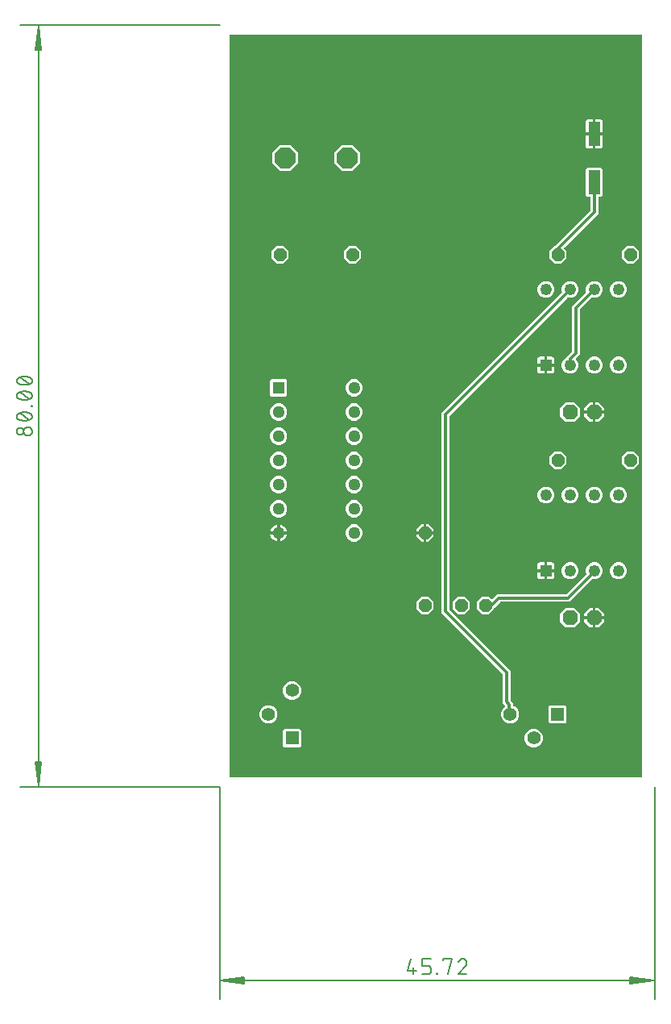
<source format=gtl>
G04 EAGLE Gerber RS-274X export*
G75*
%MOMM*%
%FSLAX34Y34*%
%LPD*%
%INTop Copper*%
%IPPOS*%
%AMOC8*
5,1,8,0,0,1.08239X$1,22.5*%
G01*
%ADD10C,0.130000*%
%ADD11C,0.152400*%
%ADD12P,1.732040X8X22.500000*%
%ADD13P,1.429621X8X202.500000*%
%ADD14P,1.429621X8X112.500000*%
%ADD15P,1.429621X8X22.500000*%
%ADD16R,1.408000X1.408000*%
%ADD17C,1.408000*%
%ADD18R,1.278000X1.278000*%
%ADD19C,1.278000*%
%ADD20R,1.248000X1.248000*%
%ADD21C,1.248000*%
%ADD22R,1.270000X2.540000*%
%ADD23P,2.336880X8X22.500000*%
%ADD24C,0.304800*%

G36*
X442998Y10164D02*
X442998Y10164D01*
X443017Y10162D01*
X443119Y10184D01*
X443221Y10200D01*
X443238Y10210D01*
X443258Y10214D01*
X443347Y10267D01*
X443438Y10316D01*
X443452Y10330D01*
X443469Y10340D01*
X443536Y10419D01*
X443608Y10494D01*
X443616Y10512D01*
X443629Y10527D01*
X443668Y10623D01*
X443711Y10717D01*
X443713Y10737D01*
X443721Y10755D01*
X443739Y10922D01*
X443739Y789078D01*
X443736Y789098D01*
X443738Y789117D01*
X443716Y789219D01*
X443700Y789321D01*
X443690Y789338D01*
X443686Y789358D01*
X443633Y789447D01*
X443584Y789538D01*
X443570Y789552D01*
X443560Y789569D01*
X443481Y789636D01*
X443406Y789708D01*
X443388Y789716D01*
X443373Y789729D01*
X443277Y789768D01*
X443183Y789811D01*
X443163Y789813D01*
X443145Y789821D01*
X442978Y789839D01*
X10922Y789839D01*
X10902Y789836D01*
X10883Y789838D01*
X10781Y789816D01*
X10679Y789800D01*
X10662Y789790D01*
X10642Y789786D01*
X10553Y789733D01*
X10462Y789684D01*
X10448Y789670D01*
X10431Y789660D01*
X10364Y789581D01*
X10292Y789506D01*
X10284Y789488D01*
X10271Y789473D01*
X10232Y789377D01*
X10189Y789283D01*
X10187Y789263D01*
X10179Y789245D01*
X10161Y789078D01*
X10161Y10922D01*
X10164Y10902D01*
X10162Y10883D01*
X10184Y10781D01*
X10200Y10679D01*
X10210Y10662D01*
X10214Y10642D01*
X10267Y10553D01*
X10316Y10462D01*
X10330Y10448D01*
X10340Y10431D01*
X10419Y10364D01*
X10494Y10292D01*
X10512Y10284D01*
X10527Y10271D01*
X10623Y10232D01*
X10717Y10189D01*
X10737Y10187D01*
X10755Y10179D01*
X10922Y10161D01*
X442978Y10161D01*
X442998Y10164D01*
G37*
%LPC*%
G36*
X303294Y66619D02*
X303294Y66619D01*
X299773Y68078D01*
X297078Y70773D01*
X295619Y74294D01*
X295619Y78106D01*
X297078Y81627D01*
X299839Y84388D01*
X299860Y84401D01*
X299890Y84437D01*
X299925Y84465D01*
X299968Y84531D01*
X300017Y84591D01*
X300034Y84634D01*
X300058Y84672D01*
X300077Y84748D01*
X300105Y84821D01*
X300107Y84866D01*
X300119Y84911D01*
X300112Y84989D01*
X300116Y85066D01*
X300103Y85110D01*
X300099Y85156D01*
X300069Y85228D01*
X300047Y85303D01*
X300021Y85340D01*
X300003Y85382D01*
X299918Y85489D01*
X299907Y85505D01*
X299903Y85508D01*
X299898Y85513D01*
X297687Y87724D01*
X297687Y118143D01*
X297673Y118233D01*
X297665Y118324D01*
X297653Y118354D01*
X297648Y118386D01*
X297605Y118466D01*
X297569Y118550D01*
X297543Y118582D01*
X297532Y118603D01*
X297509Y118625D01*
X297464Y118681D01*
X233425Y182720D01*
X233425Y392844D01*
X359633Y519051D01*
X359701Y519146D01*
X359771Y519240D01*
X359773Y519246D01*
X359776Y519251D01*
X359811Y519362D01*
X359847Y519474D01*
X359847Y519480D01*
X359849Y519486D01*
X359846Y519603D01*
X359845Y519720D01*
X359843Y519727D01*
X359842Y519732D01*
X359836Y519750D01*
X359798Y519881D01*
X359519Y520553D01*
X359519Y524047D01*
X360856Y527274D01*
X363326Y529744D01*
X366553Y531081D01*
X370047Y531081D01*
X373274Y529744D01*
X375744Y527274D01*
X377081Y524047D01*
X377081Y520553D01*
X375744Y517326D01*
X373274Y514856D01*
X370047Y513519D01*
X366553Y513519D01*
X366348Y513605D01*
X366234Y513631D01*
X366120Y513660D01*
X366114Y513659D01*
X366108Y513661D01*
X365992Y513650D01*
X365875Y513641D01*
X365869Y513638D01*
X365863Y513638D01*
X365756Y513590D01*
X365649Y513544D01*
X365643Y513540D01*
X365638Y513538D01*
X365625Y513525D01*
X365518Y513440D01*
X241778Y389699D01*
X241725Y389625D01*
X241665Y389556D01*
X241653Y389526D01*
X241634Y389500D01*
X241607Y389413D01*
X241573Y389328D01*
X241569Y389287D01*
X241562Y389264D01*
X241563Y389232D01*
X241555Y389161D01*
X241555Y186403D01*
X241569Y186313D01*
X241577Y186222D01*
X241589Y186192D01*
X241594Y186160D01*
X241637Y186080D01*
X241673Y185996D01*
X241699Y185964D01*
X241710Y185943D01*
X241733Y185921D01*
X241778Y185865D01*
X305817Y121826D01*
X305817Y91407D01*
X305831Y91317D01*
X305839Y91226D01*
X305851Y91196D01*
X305856Y91164D01*
X305899Y91084D01*
X305935Y91000D01*
X305961Y90968D01*
X305972Y90947D01*
X305995Y90925D01*
X306040Y90869D01*
X308611Y88298D01*
X308611Y85666D01*
X308630Y85551D01*
X308647Y85435D01*
X308649Y85429D01*
X308650Y85423D01*
X308705Y85319D01*
X308758Y85216D01*
X308763Y85211D01*
X308766Y85206D01*
X308850Y85126D01*
X308934Y85044D01*
X308940Y85040D01*
X308944Y85036D01*
X308961Y85029D01*
X309081Y84963D01*
X310627Y84322D01*
X313322Y81627D01*
X314781Y78106D01*
X314781Y74294D01*
X313322Y70773D01*
X310627Y68078D01*
X307106Y66619D01*
X303294Y66619D01*
G37*
%LPD*%
%LPC*%
G36*
X275612Y181355D02*
X275612Y181355D01*
X270255Y186712D01*
X270255Y194288D01*
X275612Y199645D01*
X283188Y199645D01*
X285502Y197331D01*
X285518Y197319D01*
X285530Y197304D01*
X285618Y197248D01*
X285702Y197187D01*
X285721Y197181D01*
X285737Y197171D01*
X285838Y197145D01*
X285937Y197115D01*
X285957Y197115D01*
X285976Y197111D01*
X286079Y197119D01*
X286182Y197121D01*
X286201Y197128D01*
X286221Y197130D01*
X286316Y197170D01*
X286414Y197206D01*
X286429Y197218D01*
X286447Y197226D01*
X286578Y197331D01*
X291686Y202439D01*
X364015Y202439D01*
X364105Y202453D01*
X364196Y202461D01*
X364226Y202473D01*
X364258Y202478D01*
X364338Y202521D01*
X364422Y202557D01*
X364454Y202583D01*
X364475Y202594D01*
X364497Y202617D01*
X364553Y202662D01*
X385212Y223320D01*
X385280Y223415D01*
X385349Y223509D01*
X385351Y223515D01*
X385355Y223520D01*
X385389Y223631D01*
X385426Y223742D01*
X385426Y223749D01*
X385427Y223755D01*
X385424Y223871D01*
X385423Y223988D01*
X385421Y223996D01*
X385421Y224001D01*
X385415Y224018D01*
X385377Y224149D01*
X384919Y225253D01*
X384919Y228747D01*
X386256Y231974D01*
X388726Y234444D01*
X391953Y235781D01*
X395447Y235781D01*
X398674Y234444D01*
X401144Y231974D01*
X402481Y228747D01*
X402481Y225253D01*
X401144Y222026D01*
X398674Y219556D01*
X395447Y218219D01*
X391923Y218219D01*
X391833Y218205D01*
X391742Y218197D01*
X391712Y218185D01*
X391680Y218180D01*
X391600Y218137D01*
X391516Y218101D01*
X391484Y218075D01*
X391463Y218064D01*
X391441Y218041D01*
X391385Y217996D01*
X367698Y194309D01*
X295369Y194309D01*
X295279Y194295D01*
X295188Y194287D01*
X295158Y194275D01*
X295126Y194270D01*
X295046Y194227D01*
X294962Y194191D01*
X294930Y194165D01*
X294909Y194154D01*
X294887Y194131D01*
X294831Y194086D01*
X288768Y188023D01*
X288715Y187949D01*
X288655Y187880D01*
X288643Y187850D01*
X288624Y187824D01*
X288597Y187737D01*
X288563Y187652D01*
X288559Y187611D01*
X288552Y187588D01*
X288553Y187556D01*
X288545Y187485D01*
X288545Y186712D01*
X283188Y181355D01*
X275612Y181355D01*
G37*
%LPD*%
%LPC*%
G36*
X351812Y549655D02*
X351812Y549655D01*
X346455Y555012D01*
X346455Y562588D01*
X351812Y567945D01*
X352331Y567945D01*
X352421Y567959D01*
X352512Y567967D01*
X352542Y567979D01*
X352574Y567984D01*
X352654Y568027D01*
X352738Y568063D01*
X352771Y568089D01*
X352791Y568100D01*
X352813Y568123D01*
X352869Y568168D01*
X353377Y568676D01*
X389666Y604965D01*
X389719Y605039D01*
X389779Y605108D01*
X389791Y605138D01*
X389810Y605164D01*
X389837Y605251D01*
X389871Y605336D01*
X389875Y605377D01*
X389882Y605400D01*
X389881Y605432D01*
X389889Y605503D01*
X389889Y618998D01*
X389886Y619018D01*
X389888Y619037D01*
X389866Y619139D01*
X389850Y619241D01*
X389840Y619258D01*
X389836Y619278D01*
X389783Y619367D01*
X389734Y619458D01*
X389720Y619472D01*
X389710Y619489D01*
X389631Y619556D01*
X389556Y619628D01*
X389538Y619636D01*
X389523Y619649D01*
X389427Y619688D01*
X389333Y619731D01*
X389313Y619733D01*
X389295Y619741D01*
X389128Y619759D01*
X386298Y619759D01*
X384809Y621248D01*
X384809Y648752D01*
X386298Y650241D01*
X401102Y650241D01*
X402591Y648752D01*
X402591Y621248D01*
X401102Y619759D01*
X398780Y619759D01*
X398760Y619756D01*
X398741Y619758D01*
X398639Y619736D01*
X398537Y619720D01*
X398520Y619710D01*
X398500Y619706D01*
X398411Y619653D01*
X398320Y619604D01*
X398306Y619590D01*
X398289Y619580D01*
X398222Y619501D01*
X398150Y619426D01*
X398142Y619408D01*
X398129Y619393D01*
X398090Y619297D01*
X398047Y619203D01*
X398045Y619183D01*
X398037Y619165D01*
X398019Y618998D01*
X398019Y601820D01*
X362304Y566105D01*
X362292Y566089D01*
X362277Y566077D01*
X362220Y565989D01*
X362160Y565906D01*
X362154Y565887D01*
X362144Y565870D01*
X362118Y565769D01*
X362088Y565671D01*
X362088Y565651D01*
X362084Y565631D01*
X362092Y565528D01*
X362094Y565425D01*
X362101Y565406D01*
X362103Y565386D01*
X362143Y565291D01*
X362179Y565194D01*
X362191Y565178D01*
X362199Y565160D01*
X362304Y565029D01*
X364745Y562588D01*
X364745Y555012D01*
X359388Y549655D01*
X351812Y549655D01*
G37*
%LPD*%
%LPC*%
G36*
X366553Y434119D02*
X366553Y434119D01*
X363326Y435456D01*
X360856Y437926D01*
X359519Y441153D01*
X359519Y444647D01*
X360856Y447874D01*
X363326Y450344D01*
X364273Y450736D01*
X364373Y450798D01*
X364473Y450858D01*
X364477Y450863D01*
X364482Y450866D01*
X364557Y450956D01*
X364633Y451045D01*
X364635Y451051D01*
X364639Y451055D01*
X364681Y451164D01*
X364725Y451273D01*
X364726Y451280D01*
X364727Y451285D01*
X364728Y451303D01*
X364743Y451440D01*
X364743Y451518D01*
X370108Y456883D01*
X370161Y456957D01*
X370221Y457026D01*
X370233Y457056D01*
X370252Y457082D01*
X370279Y457169D01*
X370313Y457254D01*
X370317Y457295D01*
X370324Y457318D01*
X370323Y457350D01*
X370331Y457421D01*
X370331Y504604D01*
X372935Y507208D01*
X384958Y519231D01*
X385027Y519326D01*
X385096Y519420D01*
X385098Y519425D01*
X385102Y519431D01*
X385136Y519542D01*
X385173Y519653D01*
X385173Y519660D01*
X385174Y519666D01*
X385171Y519782D01*
X385170Y519899D01*
X385168Y519907D01*
X385168Y519912D01*
X385162Y519929D01*
X385123Y520060D01*
X384919Y520553D01*
X384919Y524047D01*
X386256Y527274D01*
X388726Y529744D01*
X391953Y531081D01*
X395447Y531081D01*
X398674Y529744D01*
X401144Y527274D01*
X402481Y524047D01*
X402481Y520553D01*
X401144Y517326D01*
X398674Y514856D01*
X395447Y513519D01*
X391953Y513519D01*
X391568Y513679D01*
X391454Y513706D01*
X391341Y513734D01*
X391335Y513734D01*
X391328Y513735D01*
X391212Y513724D01*
X391096Y513715D01*
X391090Y513713D01*
X391084Y513712D01*
X390976Y513664D01*
X390869Y513619D01*
X390863Y513614D01*
X390859Y513612D01*
X390845Y513599D01*
X390738Y513514D01*
X378684Y501459D01*
X378631Y501385D01*
X378571Y501316D01*
X378559Y501286D01*
X378540Y501260D01*
X378513Y501173D01*
X378479Y501088D01*
X378475Y501047D01*
X378468Y501024D01*
X378469Y500992D01*
X378461Y500921D01*
X378461Y453738D01*
X374708Y449986D01*
X374697Y449970D01*
X374681Y449957D01*
X374625Y449870D01*
X374565Y449786D01*
X374559Y449767D01*
X374548Y449750D01*
X374523Y449650D01*
X374492Y449551D01*
X374493Y449531D01*
X374488Y449512D01*
X374496Y449409D01*
X374499Y449305D01*
X374506Y449286D01*
X374507Y449267D01*
X374548Y449172D01*
X374583Y449074D01*
X374596Y449059D01*
X374604Y449040D01*
X374708Y448909D01*
X375744Y447874D01*
X377081Y444647D01*
X377081Y441153D01*
X375744Y437926D01*
X373274Y435456D01*
X370047Y434119D01*
X366553Y434119D01*
G37*
%LPD*%
%LPC*%
G36*
X63564Y647064D02*
X63564Y647064D01*
X55752Y654876D01*
X55752Y665924D01*
X63564Y673736D01*
X74612Y673736D01*
X82424Y665924D01*
X82424Y654876D01*
X74612Y647064D01*
X63564Y647064D01*
G37*
%LPD*%
%LPC*%
G36*
X128588Y647064D02*
X128588Y647064D01*
X120776Y654876D01*
X120776Y665924D01*
X128588Y673736D01*
X139636Y673736D01*
X147448Y665924D01*
X147448Y654876D01*
X139636Y647064D01*
X128588Y647064D01*
G37*
%LPD*%
%LPC*%
G36*
X363933Y167258D02*
X363933Y167258D01*
X357758Y173433D01*
X357758Y182167D01*
X363933Y188342D01*
X372667Y188342D01*
X378842Y182167D01*
X378842Y173433D01*
X372667Y167258D01*
X363933Y167258D01*
G37*
%LPD*%
%LPC*%
G36*
X363933Y383158D02*
X363933Y383158D01*
X357758Y389333D01*
X357758Y398067D01*
X363933Y404242D01*
X372667Y404242D01*
X378842Y398067D01*
X378842Y389333D01*
X372667Y383158D01*
X363933Y383158D01*
G37*
%LPD*%
%LPC*%
G36*
X68108Y41619D02*
X68108Y41619D01*
X66619Y43108D01*
X66619Y59292D01*
X68108Y60781D01*
X84292Y60781D01*
X85781Y59292D01*
X85781Y43108D01*
X84292Y41619D01*
X68108Y41619D01*
G37*
%LPD*%
%LPC*%
G36*
X347108Y66619D02*
X347108Y66619D01*
X345619Y68108D01*
X345619Y84292D01*
X347108Y85781D01*
X363292Y85781D01*
X364781Y84292D01*
X364781Y68108D01*
X363292Y66619D01*
X347108Y66619D01*
G37*
%LPD*%
%LPC*%
G36*
X54458Y410169D02*
X54458Y410169D01*
X52969Y411658D01*
X52969Y426542D01*
X54458Y428031D01*
X69342Y428031D01*
X70831Y426542D01*
X70831Y411658D01*
X69342Y410169D01*
X54458Y410169D01*
G37*
%LPD*%
%LPC*%
G36*
X74294Y91619D02*
X74294Y91619D01*
X70773Y93078D01*
X68078Y95773D01*
X66619Y99294D01*
X66619Y103106D01*
X68078Y106627D01*
X70773Y109322D01*
X74294Y110781D01*
X78106Y110781D01*
X81627Y109322D01*
X84322Y106627D01*
X85781Y103106D01*
X85781Y99294D01*
X84322Y95773D01*
X81627Y93078D01*
X78106Y91619D01*
X74294Y91619D01*
G37*
%LPD*%
%LPC*%
G36*
X49294Y66619D02*
X49294Y66619D01*
X45773Y68078D01*
X43078Y70773D01*
X41619Y74294D01*
X41619Y78106D01*
X43078Y81627D01*
X45773Y84322D01*
X49294Y85781D01*
X53106Y85781D01*
X56627Y84322D01*
X59322Y81627D01*
X60781Y78106D01*
X60781Y74294D01*
X59322Y70773D01*
X56627Y68078D01*
X53106Y66619D01*
X49294Y66619D01*
G37*
%LPD*%
%LPC*%
G36*
X328294Y41619D02*
X328294Y41619D01*
X324773Y43078D01*
X322078Y45773D01*
X320619Y49294D01*
X320619Y53106D01*
X322078Y56627D01*
X324773Y59322D01*
X328294Y60781D01*
X332106Y60781D01*
X335627Y59322D01*
X338322Y56627D01*
X339781Y53106D01*
X339781Y49294D01*
X338322Y45773D01*
X335627Y43078D01*
X332106Y41619D01*
X328294Y41619D01*
G37*
%LPD*%
%LPC*%
G36*
X351812Y333755D02*
X351812Y333755D01*
X346455Y339112D01*
X346455Y346688D01*
X351812Y352045D01*
X359388Y352045D01*
X364745Y346688D01*
X364745Y339112D01*
X359388Y333755D01*
X351812Y333755D01*
G37*
%LPD*%
%LPC*%
G36*
X428012Y333755D02*
X428012Y333755D01*
X422655Y339112D01*
X422655Y346688D01*
X428012Y352045D01*
X435588Y352045D01*
X440945Y346688D01*
X440945Y339112D01*
X435588Y333755D01*
X428012Y333755D01*
G37*
%LPD*%
%LPC*%
G36*
X212112Y181355D02*
X212112Y181355D01*
X206755Y186712D01*
X206755Y194288D01*
X212112Y199645D01*
X219688Y199645D01*
X225045Y194288D01*
X225045Y186712D01*
X219688Y181355D01*
X212112Y181355D01*
G37*
%LPD*%
%LPC*%
G36*
X250212Y181355D02*
X250212Y181355D01*
X244855Y186712D01*
X244855Y194288D01*
X250212Y199645D01*
X257788Y199645D01*
X263145Y194288D01*
X263145Y186712D01*
X257788Y181355D01*
X250212Y181355D01*
G37*
%LPD*%
%LPC*%
G36*
X59712Y549655D02*
X59712Y549655D01*
X54355Y555012D01*
X54355Y562588D01*
X59712Y567945D01*
X67288Y567945D01*
X72645Y562588D01*
X72645Y555012D01*
X67288Y549655D01*
X59712Y549655D01*
G37*
%LPD*%
%LPC*%
G36*
X135912Y549655D02*
X135912Y549655D01*
X130555Y555012D01*
X130555Y562588D01*
X135912Y567945D01*
X143488Y567945D01*
X148845Y562588D01*
X148845Y555012D01*
X143488Y549655D01*
X135912Y549655D01*
G37*
%LPD*%
%LPC*%
G36*
X428012Y549655D02*
X428012Y549655D01*
X422655Y555012D01*
X422655Y562588D01*
X428012Y567945D01*
X435588Y567945D01*
X440945Y562588D01*
X440945Y555012D01*
X435588Y549655D01*
X428012Y549655D01*
G37*
%LPD*%
%LPC*%
G36*
X139524Y257769D02*
X139524Y257769D01*
X136241Y259129D01*
X133729Y261641D01*
X132369Y264924D01*
X132369Y268476D01*
X133729Y271759D01*
X136241Y274271D01*
X139524Y275631D01*
X143076Y275631D01*
X146359Y274271D01*
X148871Y271759D01*
X150231Y268476D01*
X150231Y264924D01*
X148871Y261641D01*
X146359Y259129D01*
X143076Y257769D01*
X139524Y257769D01*
G37*
%LPD*%
%LPC*%
G36*
X60124Y283169D02*
X60124Y283169D01*
X56841Y284529D01*
X54329Y287041D01*
X52969Y290324D01*
X52969Y293876D01*
X54329Y297159D01*
X56841Y299671D01*
X60124Y301031D01*
X63676Y301031D01*
X66959Y299671D01*
X69471Y297159D01*
X70831Y293876D01*
X70831Y290324D01*
X69471Y287041D01*
X66959Y284529D01*
X63676Y283169D01*
X60124Y283169D01*
G37*
%LPD*%
%LPC*%
G36*
X139524Y283169D02*
X139524Y283169D01*
X136241Y284529D01*
X133729Y287041D01*
X132369Y290324D01*
X132369Y293876D01*
X133729Y297159D01*
X136241Y299671D01*
X139524Y301031D01*
X143076Y301031D01*
X146359Y299671D01*
X148871Y297159D01*
X150231Y293876D01*
X150231Y290324D01*
X148871Y287041D01*
X146359Y284529D01*
X143076Y283169D01*
X139524Y283169D01*
G37*
%LPD*%
%LPC*%
G36*
X60124Y308569D02*
X60124Y308569D01*
X56841Y309929D01*
X54329Y312441D01*
X52969Y315724D01*
X52969Y319276D01*
X54329Y322559D01*
X56841Y325071D01*
X60124Y326431D01*
X63676Y326431D01*
X66959Y325071D01*
X69471Y322559D01*
X70831Y319276D01*
X70831Y315724D01*
X69471Y312441D01*
X66959Y309929D01*
X63676Y308569D01*
X60124Y308569D01*
G37*
%LPD*%
%LPC*%
G36*
X60124Y333969D02*
X60124Y333969D01*
X56841Y335329D01*
X54329Y337841D01*
X52969Y341124D01*
X52969Y344676D01*
X54329Y347959D01*
X56841Y350471D01*
X60124Y351831D01*
X63676Y351831D01*
X66959Y350471D01*
X69471Y347959D01*
X70831Y344676D01*
X70831Y341124D01*
X69471Y337841D01*
X66959Y335329D01*
X63676Y333969D01*
X60124Y333969D01*
G37*
%LPD*%
%LPC*%
G36*
X139524Y308569D02*
X139524Y308569D01*
X136241Y309929D01*
X133729Y312441D01*
X132369Y315724D01*
X132369Y319276D01*
X133729Y322559D01*
X136241Y325071D01*
X139524Y326431D01*
X143076Y326431D01*
X146359Y325071D01*
X148871Y322559D01*
X150231Y319276D01*
X150231Y315724D01*
X148871Y312441D01*
X146359Y309929D01*
X143076Y308569D01*
X139524Y308569D01*
G37*
%LPD*%
%LPC*%
G36*
X139524Y333969D02*
X139524Y333969D01*
X136241Y335329D01*
X133729Y337841D01*
X132369Y341124D01*
X132369Y344676D01*
X133729Y347959D01*
X136241Y350471D01*
X139524Y351831D01*
X143076Y351831D01*
X146359Y350471D01*
X148871Y347959D01*
X150231Y344676D01*
X150231Y341124D01*
X148871Y337841D01*
X146359Y335329D01*
X143076Y333969D01*
X139524Y333969D01*
G37*
%LPD*%
%LPC*%
G36*
X60124Y359369D02*
X60124Y359369D01*
X56841Y360729D01*
X54329Y363241D01*
X52969Y366524D01*
X52969Y370076D01*
X54329Y373359D01*
X56841Y375871D01*
X60124Y377231D01*
X63676Y377231D01*
X66959Y375871D01*
X69471Y373359D01*
X70831Y370076D01*
X70831Y366524D01*
X69471Y363241D01*
X66959Y360729D01*
X63676Y359369D01*
X60124Y359369D01*
G37*
%LPD*%
%LPC*%
G36*
X139524Y359369D02*
X139524Y359369D01*
X136241Y360729D01*
X133729Y363241D01*
X132369Y366524D01*
X132369Y370076D01*
X133729Y373359D01*
X136241Y375871D01*
X139524Y377231D01*
X143076Y377231D01*
X146359Y375871D01*
X148871Y373359D01*
X150231Y370076D01*
X150231Y366524D01*
X148871Y363241D01*
X146359Y360729D01*
X143076Y359369D01*
X139524Y359369D01*
G37*
%LPD*%
%LPC*%
G36*
X60124Y384769D02*
X60124Y384769D01*
X56841Y386129D01*
X54329Y388641D01*
X52969Y391924D01*
X52969Y395476D01*
X54329Y398759D01*
X56841Y401271D01*
X60124Y402631D01*
X63676Y402631D01*
X66959Y401271D01*
X69471Y398759D01*
X70831Y395476D01*
X70831Y391924D01*
X69471Y388641D01*
X66959Y386129D01*
X63676Y384769D01*
X60124Y384769D01*
G37*
%LPD*%
%LPC*%
G36*
X139524Y384769D02*
X139524Y384769D01*
X136241Y386129D01*
X133729Y388641D01*
X132369Y391924D01*
X132369Y395476D01*
X133729Y398759D01*
X136241Y401271D01*
X139524Y402631D01*
X143076Y402631D01*
X146359Y401271D01*
X148871Y398759D01*
X150231Y395476D01*
X150231Y391924D01*
X148871Y388641D01*
X146359Y386129D01*
X143076Y384769D01*
X139524Y384769D01*
G37*
%LPD*%
%LPC*%
G36*
X139524Y410169D02*
X139524Y410169D01*
X136241Y411529D01*
X133729Y414041D01*
X132369Y417324D01*
X132369Y420876D01*
X133729Y424159D01*
X136241Y426671D01*
X139524Y428031D01*
X143076Y428031D01*
X146359Y426671D01*
X148871Y424159D01*
X150231Y420876D01*
X150231Y417324D01*
X148871Y414041D01*
X146359Y411529D01*
X143076Y410169D01*
X139524Y410169D01*
G37*
%LPD*%
%LPC*%
G36*
X366553Y297619D02*
X366553Y297619D01*
X363326Y298956D01*
X360856Y301426D01*
X359519Y304653D01*
X359519Y308147D01*
X360856Y311374D01*
X363326Y313844D01*
X366553Y315181D01*
X370047Y315181D01*
X373274Y313844D01*
X375744Y311374D01*
X377081Y308147D01*
X377081Y304653D01*
X375744Y301426D01*
X373274Y298956D01*
X370047Y297619D01*
X366553Y297619D01*
G37*
%LPD*%
%LPC*%
G36*
X417353Y218219D02*
X417353Y218219D01*
X414126Y219556D01*
X411656Y222026D01*
X410319Y225253D01*
X410319Y228747D01*
X411656Y231974D01*
X414126Y234444D01*
X417353Y235781D01*
X420847Y235781D01*
X424074Y234444D01*
X426544Y231974D01*
X427881Y228747D01*
X427881Y225253D01*
X426544Y222026D01*
X424074Y219556D01*
X420847Y218219D01*
X417353Y218219D01*
G37*
%LPD*%
%LPC*%
G36*
X391953Y434119D02*
X391953Y434119D01*
X388726Y435456D01*
X386256Y437926D01*
X384919Y441153D01*
X384919Y444647D01*
X386256Y447874D01*
X388726Y450344D01*
X391953Y451681D01*
X395447Y451681D01*
X398674Y450344D01*
X401144Y447874D01*
X402481Y444647D01*
X402481Y441153D01*
X401144Y437926D01*
X398674Y435456D01*
X395447Y434119D01*
X391953Y434119D01*
G37*
%LPD*%
%LPC*%
G36*
X366553Y218219D02*
X366553Y218219D01*
X363326Y219556D01*
X360856Y222026D01*
X359519Y225253D01*
X359519Y228747D01*
X360856Y231974D01*
X363326Y234444D01*
X366553Y235781D01*
X370047Y235781D01*
X373274Y234444D01*
X375744Y231974D01*
X377081Y228747D01*
X377081Y225253D01*
X375744Y222026D01*
X373274Y219556D01*
X370047Y218219D01*
X366553Y218219D01*
G37*
%LPD*%
%LPC*%
G36*
X417353Y434119D02*
X417353Y434119D01*
X414126Y435456D01*
X411656Y437926D01*
X410319Y441153D01*
X410319Y444647D01*
X411656Y447874D01*
X414126Y450344D01*
X417353Y451681D01*
X420847Y451681D01*
X424074Y450344D01*
X426544Y447874D01*
X427881Y444647D01*
X427881Y441153D01*
X426544Y437926D01*
X424074Y435456D01*
X420847Y434119D01*
X417353Y434119D01*
G37*
%LPD*%
%LPC*%
G36*
X417353Y513519D02*
X417353Y513519D01*
X414126Y514856D01*
X411656Y517326D01*
X410319Y520553D01*
X410319Y524047D01*
X411656Y527274D01*
X414126Y529744D01*
X417353Y531081D01*
X420847Y531081D01*
X424074Y529744D01*
X426544Y527274D01*
X427881Y524047D01*
X427881Y520553D01*
X426544Y517326D01*
X424074Y514856D01*
X420847Y513519D01*
X417353Y513519D01*
G37*
%LPD*%
%LPC*%
G36*
X341153Y513519D02*
X341153Y513519D01*
X337926Y514856D01*
X335456Y517326D01*
X334119Y520553D01*
X334119Y524047D01*
X335456Y527274D01*
X337926Y529744D01*
X341153Y531081D01*
X344647Y531081D01*
X347874Y529744D01*
X350344Y527274D01*
X351681Y524047D01*
X351681Y520553D01*
X350344Y517326D01*
X347874Y514856D01*
X344647Y513519D01*
X341153Y513519D01*
G37*
%LPD*%
%LPC*%
G36*
X341153Y297619D02*
X341153Y297619D01*
X337926Y298956D01*
X335456Y301426D01*
X334119Y304653D01*
X334119Y308147D01*
X335456Y311374D01*
X337926Y313844D01*
X341153Y315181D01*
X344647Y315181D01*
X347874Y313844D01*
X350344Y311374D01*
X351681Y308147D01*
X351681Y304653D01*
X350344Y301426D01*
X347874Y298956D01*
X344647Y297619D01*
X341153Y297619D01*
G37*
%LPD*%
%LPC*%
G36*
X391953Y297619D02*
X391953Y297619D01*
X388726Y298956D01*
X386256Y301426D01*
X384919Y304653D01*
X384919Y308147D01*
X386256Y311374D01*
X388726Y313844D01*
X391953Y315181D01*
X395447Y315181D01*
X398674Y313844D01*
X401144Y311374D01*
X402481Y308147D01*
X402481Y304653D01*
X401144Y301426D01*
X398674Y298956D01*
X395447Y297619D01*
X391953Y297619D01*
G37*
%LPD*%
%LPC*%
G36*
X417353Y297619D02*
X417353Y297619D01*
X414126Y298956D01*
X411656Y301426D01*
X410319Y304653D01*
X410319Y308147D01*
X411656Y311374D01*
X414126Y313844D01*
X417353Y315181D01*
X420847Y315181D01*
X424074Y313844D01*
X426544Y311374D01*
X427881Y308147D01*
X427881Y304653D01*
X426544Y301426D01*
X424074Y298956D01*
X420847Y297619D01*
X417353Y297619D01*
G37*
%LPD*%
%LPC*%
G36*
X395223Y687323D02*
X395223Y687323D01*
X395223Y701041D01*
X400384Y701041D01*
X401031Y700868D01*
X401610Y700533D01*
X402083Y700060D01*
X402418Y699481D01*
X402591Y698834D01*
X402591Y687323D01*
X395223Y687323D01*
G37*
%LPD*%
%LPC*%
G36*
X395223Y670559D02*
X395223Y670559D01*
X395223Y684277D01*
X402591Y684277D01*
X402591Y672766D01*
X402418Y672119D01*
X402083Y671540D01*
X401610Y671067D01*
X401031Y670732D01*
X400384Y670559D01*
X395223Y670559D01*
G37*
%LPD*%
%LPC*%
G36*
X384809Y687323D02*
X384809Y687323D01*
X384809Y698834D01*
X384982Y699481D01*
X385317Y700060D01*
X385790Y700533D01*
X386369Y700868D01*
X387016Y701041D01*
X392177Y701041D01*
X392177Y687323D01*
X384809Y687323D01*
G37*
%LPD*%
%LPC*%
G36*
X387016Y670559D02*
X387016Y670559D01*
X386369Y670732D01*
X385790Y671067D01*
X385317Y671540D01*
X384982Y672119D01*
X384809Y672766D01*
X384809Y684277D01*
X392177Y684277D01*
X392177Y670559D01*
X387016Y670559D01*
G37*
%LPD*%
%LPC*%
G36*
X395223Y179323D02*
X395223Y179323D01*
X395223Y188342D01*
X398067Y188342D01*
X404242Y182167D01*
X404242Y179323D01*
X395223Y179323D01*
G37*
%LPD*%
%LPC*%
G36*
X395223Y395223D02*
X395223Y395223D01*
X395223Y404242D01*
X398067Y404242D01*
X404242Y398067D01*
X404242Y395223D01*
X395223Y395223D01*
G37*
%LPD*%
%LPC*%
G36*
X383158Y179323D02*
X383158Y179323D01*
X383158Y182167D01*
X389333Y188342D01*
X392177Y188342D01*
X392177Y179323D01*
X383158Y179323D01*
G37*
%LPD*%
%LPC*%
G36*
X383158Y395223D02*
X383158Y395223D01*
X383158Y398067D01*
X389333Y404242D01*
X392177Y404242D01*
X392177Y395223D01*
X383158Y395223D01*
G37*
%LPD*%
%LPC*%
G36*
X395223Y167258D02*
X395223Y167258D01*
X395223Y176277D01*
X404242Y176277D01*
X404242Y173433D01*
X398067Y167258D01*
X395223Y167258D01*
G37*
%LPD*%
%LPC*%
G36*
X395223Y383158D02*
X395223Y383158D01*
X395223Y392177D01*
X404242Y392177D01*
X404242Y389333D01*
X398067Y383158D01*
X395223Y383158D01*
G37*
%LPD*%
%LPC*%
G36*
X389333Y383158D02*
X389333Y383158D01*
X383158Y389333D01*
X383158Y392177D01*
X392177Y392177D01*
X392177Y383158D01*
X389333Y383158D01*
G37*
%LPD*%
%LPC*%
G36*
X389333Y167258D02*
X389333Y167258D01*
X383158Y173433D01*
X383158Y176277D01*
X392177Y176277D01*
X392177Y167258D01*
X389333Y167258D01*
G37*
%LPD*%
%LPC*%
G36*
X344423Y228523D02*
X344423Y228523D01*
X344423Y235781D01*
X349474Y235781D01*
X350121Y235608D01*
X350700Y235273D01*
X351173Y234800D01*
X351508Y234221D01*
X351681Y233574D01*
X351681Y228523D01*
X344423Y228523D01*
G37*
%LPD*%
%LPC*%
G36*
X344423Y444423D02*
X344423Y444423D01*
X344423Y451681D01*
X349474Y451681D01*
X350121Y451508D01*
X350700Y451173D01*
X351173Y450700D01*
X351508Y450121D01*
X351681Y449474D01*
X351681Y444423D01*
X344423Y444423D01*
G37*
%LPD*%
%LPC*%
G36*
X334119Y228523D02*
X334119Y228523D01*
X334119Y233574D01*
X334292Y234221D01*
X334627Y234800D01*
X335100Y235273D01*
X335679Y235608D01*
X336326Y235781D01*
X341377Y235781D01*
X341377Y228523D01*
X334119Y228523D01*
G37*
%LPD*%
%LPC*%
G36*
X334119Y444423D02*
X334119Y444423D01*
X334119Y449474D01*
X334292Y450121D01*
X334627Y450700D01*
X335100Y451173D01*
X335679Y451508D01*
X336326Y451681D01*
X341377Y451681D01*
X341377Y444423D01*
X334119Y444423D01*
G37*
%LPD*%
%LPC*%
G36*
X344423Y434119D02*
X344423Y434119D01*
X344423Y441377D01*
X351681Y441377D01*
X351681Y436326D01*
X351508Y435679D01*
X351173Y435100D01*
X350700Y434627D01*
X350121Y434292D01*
X349474Y434119D01*
X344423Y434119D01*
G37*
%LPD*%
%LPC*%
G36*
X344423Y218219D02*
X344423Y218219D01*
X344423Y225477D01*
X351681Y225477D01*
X351681Y220426D01*
X351508Y219779D01*
X351173Y219200D01*
X350700Y218727D01*
X350121Y218392D01*
X349474Y218219D01*
X344423Y218219D01*
G37*
%LPD*%
%LPC*%
G36*
X336326Y434119D02*
X336326Y434119D01*
X335679Y434292D01*
X335100Y434627D01*
X334627Y435100D01*
X334292Y435679D01*
X334119Y436326D01*
X334119Y441377D01*
X341377Y441377D01*
X341377Y434119D01*
X336326Y434119D01*
G37*
%LPD*%
%LPC*%
G36*
X336326Y218219D02*
X336326Y218219D01*
X335679Y218392D01*
X335100Y218727D01*
X334627Y219200D01*
X334292Y219779D01*
X334119Y220426D01*
X334119Y225477D01*
X341377Y225477D01*
X341377Y218219D01*
X336326Y218219D01*
G37*
%LPD*%
%LPC*%
G36*
X217423Y268223D02*
X217423Y268223D01*
X217423Y275845D01*
X219688Y275845D01*
X225045Y270488D01*
X225045Y268223D01*
X217423Y268223D01*
G37*
%LPD*%
%LPC*%
G36*
X217423Y257555D02*
X217423Y257555D01*
X217423Y265177D01*
X225045Y265177D01*
X225045Y262912D01*
X219688Y257555D01*
X217423Y257555D01*
G37*
%LPD*%
%LPC*%
G36*
X206755Y268223D02*
X206755Y268223D01*
X206755Y270488D01*
X212112Y275845D01*
X214377Y275845D01*
X214377Y268223D01*
X206755Y268223D01*
G37*
%LPD*%
%LPC*%
G36*
X212112Y257555D02*
X212112Y257555D01*
X206755Y262912D01*
X206755Y265177D01*
X214377Y265177D01*
X214377Y257555D01*
X212112Y257555D01*
G37*
%LPD*%
%LPC*%
G36*
X63423Y268223D02*
X63423Y268223D01*
X63423Y275503D01*
X64505Y275288D01*
X66130Y274614D01*
X67593Y273637D01*
X68837Y272393D01*
X69814Y270930D01*
X70488Y269305D01*
X70703Y268223D01*
X63423Y268223D01*
G37*
%LPD*%
%LPC*%
G36*
X63423Y265177D02*
X63423Y265177D01*
X70703Y265177D01*
X70488Y264095D01*
X69814Y262470D01*
X68837Y261007D01*
X67593Y259763D01*
X66130Y258786D01*
X64505Y258112D01*
X63423Y257897D01*
X63423Y265177D01*
G37*
%LPD*%
%LPC*%
G36*
X53097Y268223D02*
X53097Y268223D01*
X53312Y269305D01*
X53986Y270930D01*
X54963Y272393D01*
X56207Y273637D01*
X57670Y274614D01*
X59295Y275288D01*
X60377Y275503D01*
X60377Y268223D01*
X53097Y268223D01*
G37*
%LPD*%
%LPC*%
G36*
X59295Y258112D02*
X59295Y258112D01*
X57670Y258786D01*
X56207Y259763D01*
X54963Y261007D01*
X53986Y262470D01*
X53312Y264095D01*
X53097Y265177D01*
X60377Y265177D01*
X60377Y257897D01*
X59295Y258112D01*
G37*
%LPD*%
%LPC*%
G36*
X393699Y177799D02*
X393699Y177799D01*
X393699Y177801D01*
X393701Y177801D01*
X393701Y177799D01*
X393699Y177799D01*
G37*
%LPD*%
%LPC*%
G36*
X215899Y266699D02*
X215899Y266699D01*
X215899Y266701D01*
X215901Y266701D01*
X215901Y266699D01*
X215899Y266699D01*
G37*
%LPD*%
%LPC*%
G36*
X342899Y442899D02*
X342899Y442899D01*
X342899Y442901D01*
X342901Y442901D01*
X342901Y442899D01*
X342899Y442899D01*
G37*
%LPD*%
%LPC*%
G36*
X342899Y226999D02*
X342899Y226999D01*
X342899Y227001D01*
X342901Y227001D01*
X342901Y226999D01*
X342899Y226999D01*
G37*
%LPD*%
%LPC*%
G36*
X61899Y266699D02*
X61899Y266699D01*
X61899Y266701D01*
X61901Y266701D01*
X61901Y266699D01*
X61899Y266699D01*
G37*
%LPD*%
%LPC*%
G36*
X393699Y393699D02*
X393699Y393699D01*
X393699Y393701D01*
X393701Y393701D01*
X393701Y393699D01*
X393699Y393699D01*
G37*
%LPD*%
%LPC*%
G36*
X393699Y685799D02*
X393699Y685799D01*
X393699Y685801D01*
X393701Y685801D01*
X393701Y685799D01*
X393699Y685799D01*
G37*
%LPD*%
D10*
X0Y0D02*
X0Y-222700D01*
X457200Y-222700D02*
X457200Y0D01*
X456550Y-203200D02*
X650Y-203200D01*
X26000Y-200008D01*
X26000Y-206392D01*
X650Y-203200D01*
X26000Y-201900D01*
X26000Y-204500D02*
X650Y-203200D01*
X26000Y-200600D01*
X26000Y-205800D02*
X650Y-203200D01*
X431200Y-200008D02*
X456550Y-203200D01*
X431200Y-200008D02*
X431200Y-206392D01*
X456550Y-203200D01*
X431200Y-201900D01*
X431200Y-204500D02*
X456550Y-203200D01*
X431200Y-200600D01*
X431200Y-205800D02*
X456550Y-203200D01*
D11*
X201154Y-180437D02*
X197541Y-193081D01*
X206572Y-193081D01*
X203863Y-189468D02*
X203863Y-196693D01*
X213173Y-196693D02*
X218591Y-196693D01*
X218709Y-196691D01*
X218827Y-196685D01*
X218945Y-196676D01*
X219062Y-196662D01*
X219179Y-196645D01*
X219296Y-196624D01*
X219411Y-196599D01*
X219526Y-196570D01*
X219640Y-196537D01*
X219752Y-196501D01*
X219863Y-196461D01*
X219973Y-196418D01*
X220082Y-196371D01*
X220189Y-196321D01*
X220294Y-196266D01*
X220397Y-196209D01*
X220498Y-196148D01*
X220598Y-196084D01*
X220695Y-196017D01*
X220790Y-195947D01*
X220882Y-195873D01*
X220973Y-195797D01*
X221060Y-195717D01*
X221145Y-195635D01*
X221227Y-195550D01*
X221307Y-195463D01*
X221383Y-195372D01*
X221457Y-195280D01*
X221527Y-195185D01*
X221594Y-195088D01*
X221658Y-194988D01*
X221719Y-194887D01*
X221776Y-194784D01*
X221831Y-194679D01*
X221881Y-194572D01*
X221928Y-194463D01*
X221971Y-194353D01*
X222011Y-194242D01*
X222047Y-194130D01*
X222080Y-194016D01*
X222109Y-193901D01*
X222134Y-193786D01*
X222155Y-193669D01*
X222172Y-193552D01*
X222186Y-193435D01*
X222195Y-193317D01*
X222201Y-193199D01*
X222203Y-193081D01*
X222204Y-193081D02*
X222204Y-191274D01*
X222203Y-191274D02*
X222201Y-191156D01*
X222195Y-191038D01*
X222186Y-190920D01*
X222172Y-190803D01*
X222155Y-190686D01*
X222134Y-190569D01*
X222109Y-190454D01*
X222080Y-190339D01*
X222047Y-190225D01*
X222011Y-190113D01*
X221971Y-190002D01*
X221928Y-189892D01*
X221881Y-189783D01*
X221831Y-189676D01*
X221776Y-189571D01*
X221719Y-189468D01*
X221658Y-189367D01*
X221594Y-189267D01*
X221527Y-189170D01*
X221457Y-189075D01*
X221383Y-188983D01*
X221307Y-188892D01*
X221227Y-188805D01*
X221145Y-188720D01*
X221060Y-188638D01*
X220973Y-188558D01*
X220882Y-188482D01*
X220790Y-188408D01*
X220695Y-188338D01*
X220598Y-188271D01*
X220498Y-188207D01*
X220397Y-188146D01*
X220294Y-188089D01*
X220189Y-188034D01*
X220082Y-187984D01*
X219973Y-187937D01*
X219863Y-187894D01*
X219752Y-187854D01*
X219640Y-187818D01*
X219526Y-187785D01*
X219411Y-187756D01*
X219296Y-187731D01*
X219179Y-187710D01*
X219062Y-187693D01*
X218945Y-187679D01*
X218827Y-187670D01*
X218709Y-187664D01*
X218591Y-187662D01*
X213173Y-187662D01*
X213173Y-180437D01*
X222204Y-180437D01*
X228178Y-195790D02*
X228178Y-196693D01*
X228178Y-195790D02*
X229081Y-195790D01*
X229081Y-196693D01*
X228178Y-196693D01*
X235056Y-182243D02*
X235056Y-180437D01*
X244087Y-180437D01*
X239572Y-196693D01*
X255655Y-180437D02*
X255780Y-180439D01*
X255905Y-180445D01*
X256030Y-180454D01*
X256154Y-180468D01*
X256278Y-180485D01*
X256402Y-180506D01*
X256524Y-180531D01*
X256646Y-180560D01*
X256767Y-180592D01*
X256887Y-180628D01*
X257006Y-180668D01*
X257123Y-180711D01*
X257239Y-180758D01*
X257354Y-180809D01*
X257466Y-180863D01*
X257578Y-180921D01*
X257687Y-180981D01*
X257794Y-181046D01*
X257900Y-181113D01*
X258003Y-181184D01*
X258104Y-181258D01*
X258203Y-181335D01*
X258299Y-181415D01*
X258393Y-181498D01*
X258484Y-181583D01*
X258573Y-181672D01*
X258658Y-181763D01*
X258741Y-181857D01*
X258821Y-181953D01*
X258898Y-182052D01*
X258972Y-182153D01*
X259043Y-182256D01*
X259110Y-182362D01*
X259175Y-182469D01*
X259235Y-182578D01*
X259293Y-182690D01*
X259347Y-182802D01*
X259398Y-182917D01*
X259445Y-183033D01*
X259488Y-183150D01*
X259528Y-183269D01*
X259564Y-183389D01*
X259596Y-183510D01*
X259625Y-183632D01*
X259650Y-183754D01*
X259671Y-183878D01*
X259688Y-184002D01*
X259702Y-184126D01*
X259711Y-184251D01*
X259717Y-184376D01*
X259719Y-184501D01*
X255655Y-180437D02*
X255512Y-180439D01*
X255370Y-180445D01*
X255227Y-180455D01*
X255085Y-180468D01*
X254944Y-180486D01*
X254802Y-180507D01*
X254662Y-180532D01*
X254522Y-180561D01*
X254383Y-180594D01*
X254245Y-180631D01*
X254108Y-180671D01*
X253973Y-180715D01*
X253838Y-180763D01*
X253705Y-180815D01*
X253573Y-180870D01*
X253443Y-180929D01*
X253315Y-180991D01*
X253188Y-181057D01*
X253063Y-181126D01*
X252940Y-181198D01*
X252819Y-181274D01*
X252701Y-181353D01*
X252584Y-181436D01*
X252470Y-181521D01*
X252358Y-181610D01*
X252249Y-181701D01*
X252142Y-181796D01*
X252037Y-181893D01*
X251936Y-181994D01*
X251837Y-182097D01*
X251741Y-182202D01*
X251648Y-182311D01*
X251558Y-182422D01*
X251471Y-182535D01*
X251387Y-182650D01*
X251307Y-182768D01*
X251229Y-182888D01*
X251155Y-183010D01*
X251085Y-183134D01*
X251017Y-183260D01*
X250954Y-183388D01*
X250893Y-183517D01*
X250836Y-183648D01*
X250783Y-183780D01*
X250734Y-183914D01*
X250688Y-184049D01*
X258363Y-187662D02*
X258457Y-187570D01*
X258547Y-187476D01*
X258635Y-187379D01*
X258720Y-187279D01*
X258802Y-187177D01*
X258880Y-187072D01*
X258956Y-186965D01*
X259028Y-186856D01*
X259097Y-186745D01*
X259163Y-186631D01*
X259225Y-186516D01*
X259284Y-186399D01*
X259339Y-186280D01*
X259390Y-186160D01*
X259438Y-186038D01*
X259483Y-185915D01*
X259523Y-185791D01*
X259560Y-185665D01*
X259593Y-185538D01*
X259622Y-185411D01*
X259648Y-185282D01*
X259669Y-185153D01*
X259687Y-185023D01*
X259700Y-184893D01*
X259710Y-184763D01*
X259716Y-184632D01*
X259718Y-184501D01*
X258364Y-187662D02*
X250687Y-196693D01*
X259719Y-196693D01*
D10*
X0Y800000D02*
X-210000Y800000D01*
X-210000Y0D02*
X0Y0D01*
X-190500Y650D02*
X-190500Y799350D01*
X-193692Y774000D01*
X-187308Y774000D01*
X-190500Y799350D01*
X-191800Y774000D01*
X-189200Y774000D02*
X-190500Y799350D01*
X-193100Y774000D01*
X-187900Y774000D02*
X-190500Y799350D01*
X-193692Y26000D02*
X-190500Y650D01*
X-193692Y26000D02*
X-187308Y26000D01*
X-190500Y650D01*
X-191800Y26000D01*
X-189200Y26000D02*
X-190500Y650D01*
X-193100Y26000D01*
X-187900Y26000D02*
X-190500Y650D01*
D11*
X-201523Y368941D02*
X-201656Y368943D01*
X-201788Y368949D01*
X-201920Y368959D01*
X-202052Y368972D01*
X-202184Y368990D01*
X-202314Y369011D01*
X-202445Y369036D01*
X-202574Y369065D01*
X-202702Y369098D01*
X-202830Y369134D01*
X-202956Y369174D01*
X-203081Y369218D01*
X-203205Y369266D01*
X-203327Y369317D01*
X-203448Y369372D01*
X-203567Y369430D01*
X-203685Y369492D01*
X-203800Y369557D01*
X-203914Y369626D01*
X-204025Y369697D01*
X-204134Y369773D01*
X-204241Y369851D01*
X-204346Y369932D01*
X-204448Y370017D01*
X-204548Y370104D01*
X-204645Y370194D01*
X-204740Y370287D01*
X-204831Y370383D01*
X-204920Y370481D01*
X-205006Y370582D01*
X-205089Y370686D01*
X-205169Y370792D01*
X-205245Y370900D01*
X-205319Y371010D01*
X-205389Y371123D01*
X-205456Y371237D01*
X-205519Y371354D01*
X-205579Y371472D01*
X-205636Y371592D01*
X-205689Y371714D01*
X-205738Y371837D01*
X-205784Y371961D01*
X-205826Y372087D01*
X-205864Y372214D01*
X-205899Y372342D01*
X-205930Y372471D01*
X-205957Y372600D01*
X-205980Y372731D01*
X-206000Y372862D01*
X-206015Y372994D01*
X-206027Y373126D01*
X-206035Y373258D01*
X-206039Y373391D01*
X-206039Y373523D01*
X-206035Y373656D01*
X-206027Y373788D01*
X-206015Y373920D01*
X-206000Y374052D01*
X-205980Y374183D01*
X-205957Y374314D01*
X-205930Y374443D01*
X-205899Y374572D01*
X-205864Y374700D01*
X-205826Y374827D01*
X-205784Y374953D01*
X-205738Y375077D01*
X-205689Y375200D01*
X-205636Y375322D01*
X-205579Y375442D01*
X-205519Y375560D01*
X-205456Y375677D01*
X-205389Y375791D01*
X-205319Y375904D01*
X-205245Y376014D01*
X-205169Y376122D01*
X-205089Y376228D01*
X-205006Y376332D01*
X-204920Y376433D01*
X-204831Y376531D01*
X-204740Y376627D01*
X-204645Y376720D01*
X-204548Y376810D01*
X-204448Y376897D01*
X-204346Y376982D01*
X-204241Y377063D01*
X-204134Y377141D01*
X-204025Y377217D01*
X-203914Y377288D01*
X-203800Y377357D01*
X-203685Y377422D01*
X-203567Y377484D01*
X-203448Y377542D01*
X-203327Y377597D01*
X-203205Y377648D01*
X-203081Y377696D01*
X-202956Y377740D01*
X-202830Y377780D01*
X-202702Y377816D01*
X-202574Y377849D01*
X-202445Y377878D01*
X-202314Y377903D01*
X-202184Y377924D01*
X-202052Y377942D01*
X-201920Y377955D01*
X-201788Y377965D01*
X-201656Y377971D01*
X-201523Y377973D01*
X-201390Y377971D01*
X-201258Y377965D01*
X-201126Y377955D01*
X-200994Y377942D01*
X-200862Y377924D01*
X-200732Y377903D01*
X-200601Y377878D01*
X-200472Y377849D01*
X-200344Y377816D01*
X-200216Y377780D01*
X-200090Y377740D01*
X-199965Y377696D01*
X-199841Y377648D01*
X-199719Y377597D01*
X-199598Y377542D01*
X-199479Y377484D01*
X-199361Y377422D01*
X-199246Y377357D01*
X-199132Y377288D01*
X-199021Y377217D01*
X-198912Y377141D01*
X-198805Y377063D01*
X-198700Y376982D01*
X-198598Y376897D01*
X-198498Y376810D01*
X-198401Y376720D01*
X-198306Y376627D01*
X-198215Y376531D01*
X-198126Y376433D01*
X-198040Y376332D01*
X-197957Y376228D01*
X-197877Y376122D01*
X-197801Y376014D01*
X-197727Y375904D01*
X-197657Y375791D01*
X-197590Y375677D01*
X-197527Y375560D01*
X-197467Y375442D01*
X-197410Y375322D01*
X-197357Y375200D01*
X-197308Y375077D01*
X-197262Y374953D01*
X-197220Y374827D01*
X-197182Y374700D01*
X-197147Y374572D01*
X-197116Y374443D01*
X-197089Y374314D01*
X-197066Y374183D01*
X-197046Y374052D01*
X-197031Y373920D01*
X-197019Y373788D01*
X-197011Y373656D01*
X-197007Y373523D01*
X-197007Y373391D01*
X-197011Y373258D01*
X-197019Y373126D01*
X-197031Y372994D01*
X-197046Y372862D01*
X-197066Y372731D01*
X-197089Y372600D01*
X-197116Y372471D01*
X-197147Y372342D01*
X-197182Y372214D01*
X-197220Y372087D01*
X-197262Y371961D01*
X-197308Y371837D01*
X-197357Y371714D01*
X-197410Y371592D01*
X-197467Y371472D01*
X-197527Y371354D01*
X-197590Y371237D01*
X-197657Y371123D01*
X-197727Y371010D01*
X-197801Y370900D01*
X-197877Y370792D01*
X-197957Y370686D01*
X-198040Y370582D01*
X-198126Y370481D01*
X-198215Y370383D01*
X-198306Y370287D01*
X-198401Y370194D01*
X-198498Y370104D01*
X-198598Y370017D01*
X-198700Y369932D01*
X-198805Y369851D01*
X-198912Y369773D01*
X-199021Y369697D01*
X-199132Y369626D01*
X-199246Y369557D01*
X-199361Y369492D01*
X-199479Y369430D01*
X-199598Y369372D01*
X-199719Y369317D01*
X-199841Y369266D01*
X-199965Y369218D01*
X-200090Y369174D01*
X-200216Y369134D01*
X-200344Y369098D01*
X-200472Y369065D01*
X-200601Y369036D01*
X-200732Y369011D01*
X-200862Y368990D01*
X-200994Y368972D01*
X-201126Y368959D01*
X-201258Y368949D01*
X-201390Y368943D01*
X-201523Y368941D01*
X-209651Y369845D02*
X-209770Y369847D01*
X-209890Y369853D01*
X-210009Y369863D01*
X-210127Y369877D01*
X-210246Y369894D01*
X-210363Y369916D01*
X-210480Y369941D01*
X-210595Y369971D01*
X-210710Y370004D01*
X-210824Y370041D01*
X-210936Y370081D01*
X-211047Y370126D01*
X-211156Y370174D01*
X-211264Y370225D01*
X-211370Y370280D01*
X-211474Y370339D01*
X-211576Y370401D01*
X-211676Y370466D01*
X-211774Y370535D01*
X-211870Y370607D01*
X-211963Y370682D01*
X-212053Y370759D01*
X-212141Y370840D01*
X-212226Y370924D01*
X-212308Y371011D01*
X-212388Y371100D01*
X-212464Y371192D01*
X-212538Y371286D01*
X-212608Y371383D01*
X-212675Y371481D01*
X-212739Y371582D01*
X-212799Y371686D01*
X-212856Y371791D01*
X-212909Y371898D01*
X-212959Y372006D01*
X-213005Y372116D01*
X-213047Y372228D01*
X-213086Y372341D01*
X-213121Y372455D01*
X-213152Y372570D01*
X-213180Y372687D01*
X-213203Y372804D01*
X-213223Y372921D01*
X-213239Y373040D01*
X-213251Y373159D01*
X-213259Y373278D01*
X-213263Y373397D01*
X-213263Y373517D01*
X-213259Y373636D01*
X-213251Y373755D01*
X-213239Y373874D01*
X-213223Y373993D01*
X-213203Y374110D01*
X-213180Y374227D01*
X-213152Y374344D01*
X-213121Y374459D01*
X-213086Y374573D01*
X-213047Y374686D01*
X-213005Y374798D01*
X-212959Y374908D01*
X-212909Y375016D01*
X-212856Y375123D01*
X-212799Y375228D01*
X-212739Y375332D01*
X-212675Y375433D01*
X-212608Y375531D01*
X-212538Y375628D01*
X-212464Y375722D01*
X-212388Y375814D01*
X-212308Y375903D01*
X-212226Y375990D01*
X-212141Y376074D01*
X-212053Y376155D01*
X-211963Y376232D01*
X-211870Y376307D01*
X-211774Y376379D01*
X-211676Y376448D01*
X-211576Y376513D01*
X-211474Y376575D01*
X-211370Y376634D01*
X-211264Y376689D01*
X-211156Y376740D01*
X-211047Y376788D01*
X-210936Y376833D01*
X-210824Y376873D01*
X-210710Y376910D01*
X-210595Y376943D01*
X-210480Y376973D01*
X-210363Y376998D01*
X-210246Y377020D01*
X-210127Y377037D01*
X-210009Y377051D01*
X-209890Y377061D01*
X-209770Y377067D01*
X-209651Y377069D01*
X-209532Y377067D01*
X-209412Y377061D01*
X-209293Y377051D01*
X-209175Y377037D01*
X-209056Y377020D01*
X-208939Y376998D01*
X-208822Y376973D01*
X-208707Y376943D01*
X-208592Y376910D01*
X-208478Y376873D01*
X-208366Y376833D01*
X-208255Y376788D01*
X-208146Y376740D01*
X-208038Y376689D01*
X-207932Y376634D01*
X-207828Y376575D01*
X-207726Y376513D01*
X-207626Y376448D01*
X-207528Y376379D01*
X-207432Y376307D01*
X-207339Y376232D01*
X-207249Y376155D01*
X-207161Y376074D01*
X-207076Y375990D01*
X-206994Y375903D01*
X-206914Y375814D01*
X-206838Y375722D01*
X-206764Y375628D01*
X-206694Y375531D01*
X-206627Y375433D01*
X-206563Y375332D01*
X-206503Y375228D01*
X-206446Y375123D01*
X-206393Y375016D01*
X-206343Y374908D01*
X-206297Y374798D01*
X-206255Y374686D01*
X-206216Y374573D01*
X-206181Y374459D01*
X-206150Y374344D01*
X-206122Y374227D01*
X-206099Y374110D01*
X-206079Y373993D01*
X-206063Y373874D01*
X-206051Y373755D01*
X-206043Y373636D01*
X-206039Y373517D01*
X-206039Y373397D01*
X-206043Y373278D01*
X-206051Y373159D01*
X-206063Y373040D01*
X-206079Y372921D01*
X-206099Y372804D01*
X-206122Y372687D01*
X-206150Y372570D01*
X-206181Y372455D01*
X-206216Y372341D01*
X-206255Y372228D01*
X-206297Y372116D01*
X-206343Y372006D01*
X-206393Y371898D01*
X-206446Y371791D01*
X-206503Y371686D01*
X-206563Y371582D01*
X-206627Y371481D01*
X-206694Y371383D01*
X-206764Y371286D01*
X-206838Y371192D01*
X-206914Y371100D01*
X-206994Y371011D01*
X-207076Y370924D01*
X-207161Y370840D01*
X-207249Y370759D01*
X-207339Y370682D01*
X-207432Y370607D01*
X-207528Y370535D01*
X-207626Y370466D01*
X-207726Y370401D01*
X-207828Y370339D01*
X-207932Y370280D01*
X-208038Y370225D01*
X-208146Y370174D01*
X-208255Y370126D01*
X-208366Y370081D01*
X-208478Y370041D01*
X-208592Y370004D01*
X-208707Y369971D01*
X-208822Y369941D01*
X-208939Y369916D01*
X-209056Y369894D01*
X-209175Y369877D01*
X-209293Y369863D01*
X-209412Y369853D01*
X-209532Y369847D01*
X-209651Y369845D01*
X-205135Y384573D02*
X-205455Y384577D01*
X-205774Y384588D01*
X-206094Y384607D01*
X-206412Y384634D01*
X-206730Y384668D01*
X-207047Y384710D01*
X-207363Y384760D01*
X-207678Y384817D01*
X-207991Y384881D01*
X-208303Y384953D01*
X-208613Y385032D01*
X-208920Y385119D01*
X-209226Y385213D01*
X-209529Y385314D01*
X-209830Y385423D01*
X-210128Y385538D01*
X-210424Y385661D01*
X-210716Y385791D01*
X-211005Y385928D01*
X-211006Y385927D02*
X-211114Y385966D01*
X-211221Y386009D01*
X-211326Y386055D01*
X-211430Y386106D01*
X-211532Y386159D01*
X-211632Y386216D01*
X-211730Y386277D01*
X-211825Y386341D01*
X-211919Y386408D01*
X-212010Y386479D01*
X-212099Y386552D01*
X-212185Y386629D01*
X-212268Y386708D01*
X-212349Y386790D01*
X-212427Y386875D01*
X-212501Y386963D01*
X-212573Y387053D01*
X-212641Y387145D01*
X-212707Y387240D01*
X-212769Y387337D01*
X-212827Y387436D01*
X-212883Y387538D01*
X-212934Y387640D01*
X-212982Y387745D01*
X-213027Y387851D01*
X-213068Y387959D01*
X-213105Y388068D01*
X-213138Y388178D01*
X-213167Y388290D01*
X-213193Y388402D01*
X-213215Y388515D01*
X-213232Y388629D01*
X-213246Y388743D01*
X-213256Y388858D01*
X-213262Y388973D01*
X-213264Y389088D01*
X-213263Y389088D02*
X-213261Y389203D01*
X-213255Y389318D01*
X-213245Y389433D01*
X-213231Y389547D01*
X-213214Y389661D01*
X-213192Y389774D01*
X-213166Y389886D01*
X-213137Y389998D01*
X-213104Y390108D01*
X-213067Y390217D01*
X-213026Y390325D01*
X-212981Y390431D01*
X-212933Y390536D01*
X-212882Y390638D01*
X-212826Y390739D01*
X-212768Y390839D01*
X-212706Y390936D01*
X-212641Y391030D01*
X-212572Y391123D01*
X-212500Y391213D01*
X-212426Y391301D01*
X-212348Y391386D01*
X-212267Y391468D01*
X-212184Y391547D01*
X-212098Y391624D01*
X-212009Y391697D01*
X-211918Y391768D01*
X-211824Y391835D01*
X-211729Y391899D01*
X-211631Y391960D01*
X-211531Y392017D01*
X-211429Y392070D01*
X-211325Y392121D01*
X-211220Y392167D01*
X-211113Y392210D01*
X-211005Y392249D01*
X-211005Y392248D02*
X-210716Y392385D01*
X-210424Y392515D01*
X-210128Y392638D01*
X-209830Y392753D01*
X-209529Y392862D01*
X-209226Y392963D01*
X-208920Y393057D01*
X-208613Y393144D01*
X-208303Y393223D01*
X-207991Y393295D01*
X-207678Y393359D01*
X-207363Y393416D01*
X-207047Y393466D01*
X-206730Y393508D01*
X-206412Y393542D01*
X-206094Y393569D01*
X-205774Y393588D01*
X-205455Y393599D01*
X-205135Y393603D01*
X-205135Y384573D02*
X-204815Y384577D01*
X-204496Y384588D01*
X-204176Y384607D01*
X-203858Y384634D01*
X-203540Y384668D01*
X-203223Y384710D01*
X-202907Y384760D01*
X-202592Y384817D01*
X-202279Y384881D01*
X-201967Y384953D01*
X-201657Y385032D01*
X-201350Y385119D01*
X-201044Y385213D01*
X-200741Y385314D01*
X-200440Y385423D01*
X-200142Y385538D01*
X-199846Y385661D01*
X-199554Y385791D01*
X-199265Y385928D01*
X-199265Y385927D02*
X-199157Y385966D01*
X-199050Y386009D01*
X-198945Y386055D01*
X-198841Y386106D01*
X-198739Y386159D01*
X-198639Y386216D01*
X-198541Y386277D01*
X-198446Y386341D01*
X-198352Y386408D01*
X-198261Y386479D01*
X-198172Y386552D01*
X-198086Y386629D01*
X-198003Y386708D01*
X-197922Y386790D01*
X-197844Y386875D01*
X-197770Y386963D01*
X-197698Y387053D01*
X-197629Y387146D01*
X-197564Y387240D01*
X-197502Y387337D01*
X-197444Y387437D01*
X-197388Y387538D01*
X-197337Y387640D01*
X-197289Y387745D01*
X-197244Y387851D01*
X-197203Y387959D01*
X-197166Y388068D01*
X-197133Y388178D01*
X-197104Y388290D01*
X-197078Y388402D01*
X-197056Y388515D01*
X-197039Y388629D01*
X-197025Y388743D01*
X-197015Y388858D01*
X-197009Y388973D01*
X-197007Y389088D01*
X-199265Y392248D02*
X-199554Y392385D01*
X-199846Y392515D01*
X-200142Y392638D01*
X-200440Y392753D01*
X-200741Y392862D01*
X-201044Y392963D01*
X-201350Y393057D01*
X-201657Y393144D01*
X-201967Y393223D01*
X-202279Y393295D01*
X-202592Y393359D01*
X-202907Y393416D01*
X-203223Y393466D01*
X-203540Y393508D01*
X-203858Y393542D01*
X-204176Y393569D01*
X-204496Y393588D01*
X-204815Y393599D01*
X-205135Y393603D01*
X-199265Y392249D02*
X-199157Y392210D01*
X-199050Y392167D01*
X-198945Y392121D01*
X-198841Y392070D01*
X-198739Y392017D01*
X-198639Y391960D01*
X-198541Y391899D01*
X-198446Y391835D01*
X-198352Y391768D01*
X-198261Y391697D01*
X-198172Y391624D01*
X-198086Y391547D01*
X-198003Y391468D01*
X-197922Y391386D01*
X-197844Y391301D01*
X-197770Y391213D01*
X-197698Y391123D01*
X-197629Y391030D01*
X-197564Y390936D01*
X-197502Y390839D01*
X-197444Y390739D01*
X-197388Y390638D01*
X-197337Y390535D01*
X-197289Y390431D01*
X-197244Y390325D01*
X-197203Y390217D01*
X-197166Y390108D01*
X-197133Y389998D01*
X-197104Y389886D01*
X-197078Y389774D01*
X-197056Y389661D01*
X-197039Y389547D01*
X-197025Y389433D01*
X-197015Y389318D01*
X-197009Y389203D01*
X-197007Y389088D01*
X-200619Y385476D02*
X-209651Y392701D01*
X-197910Y399578D02*
X-197007Y399578D01*
X-197910Y399578D02*
X-197910Y400481D01*
X-197007Y400481D01*
X-197007Y399578D01*
X-205135Y406456D02*
X-205455Y406460D01*
X-205774Y406471D01*
X-206094Y406490D01*
X-206412Y406517D01*
X-206730Y406551D01*
X-207047Y406593D01*
X-207363Y406643D01*
X-207678Y406700D01*
X-207991Y406764D01*
X-208303Y406836D01*
X-208613Y406915D01*
X-208920Y407002D01*
X-209226Y407096D01*
X-209529Y407197D01*
X-209830Y407306D01*
X-210128Y407421D01*
X-210424Y407544D01*
X-210716Y407674D01*
X-211005Y407811D01*
X-211006Y407811D02*
X-211114Y407850D01*
X-211221Y407893D01*
X-211326Y407939D01*
X-211430Y407990D01*
X-211532Y408043D01*
X-211632Y408100D01*
X-211730Y408161D01*
X-211825Y408225D01*
X-211919Y408292D01*
X-212010Y408363D01*
X-212099Y408436D01*
X-212185Y408513D01*
X-212268Y408592D01*
X-212349Y408674D01*
X-212427Y408759D01*
X-212501Y408847D01*
X-212573Y408937D01*
X-212641Y409029D01*
X-212707Y409124D01*
X-212769Y409221D01*
X-212827Y409320D01*
X-212883Y409422D01*
X-212934Y409524D01*
X-212982Y409629D01*
X-213027Y409735D01*
X-213068Y409843D01*
X-213105Y409952D01*
X-213138Y410062D01*
X-213167Y410174D01*
X-213193Y410286D01*
X-213215Y410399D01*
X-213232Y410513D01*
X-213246Y410627D01*
X-213256Y410742D01*
X-213262Y410857D01*
X-213264Y410972D01*
X-213263Y410972D02*
X-213261Y411087D01*
X-213255Y411202D01*
X-213245Y411317D01*
X-213231Y411431D01*
X-213214Y411545D01*
X-213192Y411658D01*
X-213166Y411770D01*
X-213137Y411882D01*
X-213104Y411992D01*
X-213067Y412101D01*
X-213026Y412209D01*
X-212981Y412315D01*
X-212933Y412420D01*
X-212882Y412522D01*
X-212826Y412623D01*
X-212768Y412723D01*
X-212706Y412820D01*
X-212641Y412914D01*
X-212572Y413007D01*
X-212500Y413097D01*
X-212426Y413185D01*
X-212348Y413270D01*
X-212267Y413352D01*
X-212184Y413431D01*
X-212098Y413508D01*
X-212009Y413581D01*
X-211918Y413652D01*
X-211824Y413719D01*
X-211729Y413783D01*
X-211631Y413844D01*
X-211531Y413901D01*
X-211429Y413954D01*
X-211325Y414005D01*
X-211220Y414051D01*
X-211113Y414094D01*
X-211005Y414133D01*
X-211005Y414132D02*
X-210716Y414269D01*
X-210424Y414399D01*
X-210128Y414522D01*
X-209830Y414637D01*
X-209529Y414746D01*
X-209226Y414847D01*
X-208920Y414941D01*
X-208613Y415028D01*
X-208303Y415107D01*
X-207991Y415179D01*
X-207678Y415243D01*
X-207363Y415300D01*
X-207047Y415350D01*
X-206730Y415392D01*
X-206412Y415426D01*
X-206094Y415453D01*
X-205774Y415472D01*
X-205455Y415483D01*
X-205135Y415487D01*
X-205135Y406457D02*
X-204815Y406461D01*
X-204496Y406472D01*
X-204176Y406491D01*
X-203858Y406518D01*
X-203540Y406552D01*
X-203223Y406594D01*
X-202907Y406644D01*
X-202592Y406701D01*
X-202279Y406765D01*
X-201967Y406837D01*
X-201657Y406916D01*
X-201350Y407003D01*
X-201044Y407097D01*
X-200741Y407198D01*
X-200440Y407307D01*
X-200142Y407422D01*
X-199846Y407545D01*
X-199554Y407675D01*
X-199265Y407812D01*
X-199265Y407811D02*
X-199157Y407850D01*
X-199050Y407893D01*
X-198945Y407939D01*
X-198841Y407990D01*
X-198739Y408043D01*
X-198639Y408100D01*
X-198541Y408161D01*
X-198446Y408225D01*
X-198352Y408292D01*
X-198261Y408363D01*
X-198172Y408436D01*
X-198086Y408513D01*
X-198003Y408592D01*
X-197922Y408674D01*
X-197844Y408759D01*
X-197770Y408847D01*
X-197698Y408937D01*
X-197629Y409030D01*
X-197564Y409124D01*
X-197502Y409221D01*
X-197444Y409321D01*
X-197388Y409422D01*
X-197337Y409524D01*
X-197289Y409629D01*
X-197244Y409735D01*
X-197203Y409843D01*
X-197166Y409952D01*
X-197133Y410062D01*
X-197104Y410174D01*
X-197078Y410286D01*
X-197056Y410399D01*
X-197039Y410513D01*
X-197025Y410627D01*
X-197015Y410742D01*
X-197009Y410857D01*
X-197007Y410972D01*
X-199265Y414132D02*
X-199554Y414269D01*
X-199846Y414399D01*
X-200142Y414522D01*
X-200440Y414637D01*
X-200741Y414746D01*
X-201044Y414847D01*
X-201350Y414941D01*
X-201657Y415028D01*
X-201967Y415107D01*
X-202279Y415179D01*
X-202592Y415243D01*
X-202907Y415300D01*
X-203223Y415350D01*
X-203540Y415392D01*
X-203858Y415426D01*
X-204176Y415453D01*
X-204496Y415472D01*
X-204815Y415483D01*
X-205135Y415487D01*
X-199265Y414133D02*
X-199157Y414094D01*
X-199050Y414051D01*
X-198945Y414005D01*
X-198841Y413954D01*
X-198739Y413901D01*
X-198639Y413844D01*
X-198541Y413783D01*
X-198446Y413719D01*
X-198352Y413652D01*
X-198261Y413581D01*
X-198172Y413508D01*
X-198086Y413431D01*
X-198003Y413352D01*
X-197922Y413270D01*
X-197844Y413185D01*
X-197770Y413097D01*
X-197698Y413007D01*
X-197629Y412914D01*
X-197564Y412820D01*
X-197502Y412723D01*
X-197444Y412623D01*
X-197388Y412522D01*
X-197337Y412419D01*
X-197289Y412315D01*
X-197244Y412209D01*
X-197203Y412101D01*
X-197166Y411992D01*
X-197133Y411882D01*
X-197104Y411770D01*
X-197078Y411658D01*
X-197056Y411545D01*
X-197039Y411431D01*
X-197025Y411317D01*
X-197015Y411202D01*
X-197009Y411087D01*
X-197007Y410972D01*
X-200619Y407359D02*
X-209651Y414584D01*
X-205135Y422088D02*
X-205455Y422092D01*
X-205774Y422103D01*
X-206094Y422122D01*
X-206412Y422149D01*
X-206730Y422183D01*
X-207047Y422225D01*
X-207363Y422275D01*
X-207678Y422332D01*
X-207991Y422396D01*
X-208303Y422468D01*
X-208613Y422547D01*
X-208920Y422634D01*
X-209226Y422728D01*
X-209529Y422829D01*
X-209830Y422938D01*
X-210128Y423053D01*
X-210424Y423176D01*
X-210716Y423306D01*
X-211005Y423443D01*
X-211006Y423442D02*
X-211114Y423481D01*
X-211221Y423524D01*
X-211326Y423570D01*
X-211430Y423621D01*
X-211532Y423674D01*
X-211632Y423731D01*
X-211730Y423792D01*
X-211825Y423856D01*
X-211919Y423923D01*
X-212010Y423994D01*
X-212099Y424067D01*
X-212185Y424144D01*
X-212268Y424223D01*
X-212349Y424305D01*
X-212427Y424390D01*
X-212501Y424478D01*
X-212573Y424568D01*
X-212641Y424660D01*
X-212707Y424755D01*
X-212769Y424852D01*
X-212827Y424951D01*
X-212883Y425053D01*
X-212934Y425155D01*
X-212982Y425260D01*
X-213027Y425366D01*
X-213068Y425474D01*
X-213105Y425583D01*
X-213138Y425693D01*
X-213167Y425805D01*
X-213193Y425917D01*
X-213215Y426030D01*
X-213232Y426144D01*
X-213246Y426258D01*
X-213256Y426373D01*
X-213262Y426488D01*
X-213264Y426603D01*
X-213263Y426603D02*
X-213261Y426718D01*
X-213255Y426833D01*
X-213245Y426948D01*
X-213231Y427062D01*
X-213214Y427176D01*
X-213192Y427289D01*
X-213166Y427401D01*
X-213137Y427513D01*
X-213104Y427623D01*
X-213067Y427732D01*
X-213026Y427840D01*
X-212981Y427946D01*
X-212933Y428051D01*
X-212882Y428153D01*
X-212826Y428254D01*
X-212768Y428354D01*
X-212706Y428451D01*
X-212641Y428545D01*
X-212572Y428638D01*
X-212500Y428728D01*
X-212426Y428816D01*
X-212348Y428901D01*
X-212267Y428983D01*
X-212184Y429062D01*
X-212098Y429139D01*
X-212009Y429212D01*
X-211918Y429283D01*
X-211824Y429350D01*
X-211729Y429414D01*
X-211631Y429475D01*
X-211531Y429532D01*
X-211429Y429585D01*
X-211325Y429636D01*
X-211220Y429682D01*
X-211113Y429725D01*
X-211005Y429764D01*
X-211005Y429763D02*
X-210716Y429900D01*
X-210424Y430030D01*
X-210128Y430153D01*
X-209830Y430268D01*
X-209529Y430377D01*
X-209226Y430478D01*
X-208920Y430572D01*
X-208613Y430659D01*
X-208303Y430738D01*
X-207991Y430810D01*
X-207678Y430874D01*
X-207363Y430931D01*
X-207047Y430981D01*
X-206730Y431023D01*
X-206412Y431057D01*
X-206094Y431084D01*
X-205774Y431103D01*
X-205455Y431114D01*
X-205135Y431118D01*
X-205135Y422088D02*
X-204815Y422092D01*
X-204496Y422103D01*
X-204176Y422122D01*
X-203858Y422149D01*
X-203540Y422183D01*
X-203223Y422225D01*
X-202907Y422275D01*
X-202592Y422332D01*
X-202279Y422396D01*
X-201967Y422468D01*
X-201657Y422547D01*
X-201350Y422634D01*
X-201044Y422728D01*
X-200741Y422829D01*
X-200440Y422938D01*
X-200142Y423053D01*
X-199846Y423176D01*
X-199554Y423306D01*
X-199265Y423443D01*
X-199265Y423442D02*
X-199157Y423481D01*
X-199050Y423524D01*
X-198945Y423570D01*
X-198841Y423621D01*
X-198739Y423674D01*
X-198639Y423731D01*
X-198541Y423792D01*
X-198446Y423856D01*
X-198352Y423923D01*
X-198261Y423994D01*
X-198172Y424067D01*
X-198086Y424144D01*
X-198003Y424223D01*
X-197922Y424305D01*
X-197844Y424390D01*
X-197770Y424478D01*
X-197698Y424568D01*
X-197629Y424661D01*
X-197564Y424755D01*
X-197502Y424852D01*
X-197444Y424952D01*
X-197388Y425053D01*
X-197337Y425155D01*
X-197289Y425260D01*
X-197244Y425366D01*
X-197203Y425474D01*
X-197166Y425583D01*
X-197133Y425693D01*
X-197104Y425805D01*
X-197078Y425917D01*
X-197056Y426030D01*
X-197039Y426144D01*
X-197025Y426258D01*
X-197015Y426373D01*
X-197009Y426488D01*
X-197007Y426603D01*
X-199265Y429763D02*
X-199554Y429900D01*
X-199846Y430030D01*
X-200142Y430153D01*
X-200440Y430268D01*
X-200741Y430377D01*
X-201044Y430478D01*
X-201350Y430572D01*
X-201657Y430659D01*
X-201967Y430738D01*
X-202279Y430810D01*
X-202592Y430874D01*
X-202907Y430931D01*
X-203223Y430981D01*
X-203540Y431023D01*
X-203858Y431057D01*
X-204176Y431084D01*
X-204496Y431103D01*
X-204815Y431114D01*
X-205135Y431118D01*
X-199265Y429764D02*
X-199157Y429725D01*
X-199050Y429682D01*
X-198945Y429636D01*
X-198841Y429585D01*
X-198739Y429532D01*
X-198639Y429475D01*
X-198541Y429414D01*
X-198446Y429350D01*
X-198352Y429283D01*
X-198261Y429212D01*
X-198172Y429139D01*
X-198086Y429062D01*
X-198003Y428983D01*
X-197922Y428901D01*
X-197844Y428816D01*
X-197770Y428728D01*
X-197698Y428638D01*
X-197629Y428545D01*
X-197564Y428451D01*
X-197502Y428354D01*
X-197444Y428254D01*
X-197388Y428153D01*
X-197337Y428050D01*
X-197289Y427946D01*
X-197244Y427840D01*
X-197203Y427732D01*
X-197166Y427623D01*
X-197133Y427513D01*
X-197104Y427401D01*
X-197078Y427289D01*
X-197056Y427176D01*
X-197039Y427062D01*
X-197025Y426948D01*
X-197015Y426833D01*
X-197009Y426718D01*
X-197007Y426603D01*
X-200619Y422991D02*
X-209651Y430215D01*
D12*
X368300Y177800D03*
X393700Y177800D03*
X368300Y393700D03*
X393700Y393700D03*
D13*
X279400Y190500D03*
X254000Y190500D03*
D14*
X215900Y190500D03*
X215900Y266700D03*
D15*
X355600Y342900D03*
X431800Y342900D03*
D13*
X431800Y558800D03*
X355600Y558800D03*
X139700Y558800D03*
X63500Y558800D03*
D16*
X76200Y51200D03*
D17*
X51200Y76200D03*
X76200Y101200D03*
D16*
X355200Y76200D03*
D17*
X330200Y51200D03*
X305200Y76200D03*
D18*
X61900Y419100D03*
D19*
X61900Y393700D03*
X61900Y368300D03*
X61900Y342900D03*
X61900Y317500D03*
X61900Y292100D03*
X61900Y266700D03*
X141300Y266700D03*
X141300Y292100D03*
X141300Y317500D03*
X141300Y342900D03*
X141300Y368300D03*
X141300Y393700D03*
X141300Y419100D03*
D20*
X342900Y442900D03*
D21*
X368300Y442900D03*
X393700Y442900D03*
X419100Y442900D03*
X419100Y522300D03*
X393700Y522300D03*
X368300Y522300D03*
X342900Y522300D03*
D20*
X342900Y227000D03*
D21*
X368300Y227000D03*
X393700Y227000D03*
X419100Y227000D03*
X419100Y306400D03*
X393700Y306400D03*
X368300Y306400D03*
X342900Y306400D03*
D22*
X393700Y635000D03*
X393700Y685800D03*
D23*
X69088Y660400D03*
X134112Y660400D03*
D24*
X393954Y634238D02*
X393954Y603504D01*
X354838Y564388D01*
X354838Y558800D01*
X393954Y634238D02*
X393700Y635000D01*
X355600Y558800D02*
X354838Y558800D01*
X304546Y86614D02*
X304546Y78232D01*
X304546Y86614D02*
X301752Y89408D01*
X301752Y120142D01*
X237490Y184404D01*
X237490Y391160D01*
X366014Y519684D01*
X304546Y78232D02*
X305200Y76200D01*
X366014Y519684D02*
X368300Y522300D01*
X374396Y502920D02*
X391160Y519684D01*
X374396Y502920D02*
X374396Y455422D01*
X368808Y449834D01*
X368808Y444246D01*
X391160Y519684D02*
X393700Y522300D01*
X368808Y444246D02*
X368300Y442900D01*
X391160Y226314D02*
X391160Y223520D01*
X366014Y198374D01*
X293370Y198374D01*
X284988Y189992D01*
X279400Y189992D01*
X391160Y226314D02*
X393700Y227000D01*
X279400Y190500D02*
X279400Y189992D01*
M02*

</source>
